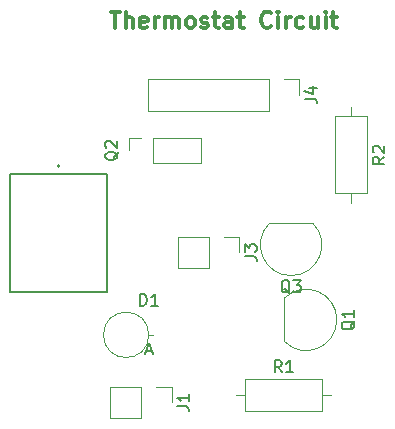
<source format=gbr>
%TF.GenerationSoftware,KiCad,Pcbnew,(5.0.1)-4*%
%TF.CreationDate,2019-03-02T17:13:33-06:00*%
%TF.ProjectId,pcbdesign,70636264657369676E2E6B696361645F,rev?*%
%TF.SameCoordinates,Original*%
%TF.FileFunction,Legend,Top*%
%TF.FilePolarity,Positive*%
%FSLAX46Y46*%
G04 Gerber Fmt 4.6, Leading zero omitted, Abs format (unit mm)*
G04 Created by KiCad (PCBNEW (5.0.1)-4) date 2019-03-02 5:13:33 PM*
%MOMM*%
%LPD*%
G01*
G04 APERTURE LIST*
%ADD10C,0.300000*%
%ADD11C,0.120000*%
%ADD12C,0.200000*%
%ADD13C,0.127000*%
%ADD14C,0.150000*%
G04 APERTURE END LIST*
D10*
X172400000Y-27233333D02*
X173200000Y-27233333D01*
X172800000Y-28633333D02*
X172800000Y-27233333D01*
X173666666Y-28633333D02*
X173666666Y-27233333D01*
X174266666Y-28633333D02*
X174266666Y-27900000D01*
X174200000Y-27766666D01*
X174066666Y-27700000D01*
X173866666Y-27700000D01*
X173733333Y-27766666D01*
X173666666Y-27833333D01*
X175466666Y-28566666D02*
X175333333Y-28633333D01*
X175066666Y-28633333D01*
X174933333Y-28566666D01*
X174866666Y-28433333D01*
X174866666Y-27900000D01*
X174933333Y-27766666D01*
X175066666Y-27700000D01*
X175333333Y-27700000D01*
X175466666Y-27766666D01*
X175533333Y-27900000D01*
X175533333Y-28033333D01*
X174866666Y-28166666D01*
X176133333Y-28633333D02*
X176133333Y-27700000D01*
X176133333Y-27966666D02*
X176200000Y-27833333D01*
X176266666Y-27766666D01*
X176400000Y-27700000D01*
X176533333Y-27700000D01*
X177000000Y-28633333D02*
X177000000Y-27700000D01*
X177000000Y-27833333D02*
X177066666Y-27766666D01*
X177200000Y-27700000D01*
X177400000Y-27700000D01*
X177533333Y-27766666D01*
X177600000Y-27900000D01*
X177600000Y-28633333D01*
X177600000Y-27900000D02*
X177666666Y-27766666D01*
X177800000Y-27700000D01*
X178000000Y-27700000D01*
X178133333Y-27766666D01*
X178200000Y-27900000D01*
X178200000Y-28633333D01*
X179066666Y-28633333D02*
X178933333Y-28566666D01*
X178866666Y-28500000D01*
X178800000Y-28366666D01*
X178800000Y-27966666D01*
X178866666Y-27833333D01*
X178933333Y-27766666D01*
X179066666Y-27700000D01*
X179266666Y-27700000D01*
X179400000Y-27766666D01*
X179466666Y-27833333D01*
X179533333Y-27966666D01*
X179533333Y-28366666D01*
X179466666Y-28500000D01*
X179400000Y-28566666D01*
X179266666Y-28633333D01*
X179066666Y-28633333D01*
X180066666Y-28566666D02*
X180200000Y-28633333D01*
X180466666Y-28633333D01*
X180600000Y-28566666D01*
X180666666Y-28433333D01*
X180666666Y-28366666D01*
X180600000Y-28233333D01*
X180466666Y-28166666D01*
X180266666Y-28166666D01*
X180133333Y-28100000D01*
X180066666Y-27966666D01*
X180066666Y-27900000D01*
X180133333Y-27766666D01*
X180266666Y-27700000D01*
X180466666Y-27700000D01*
X180600000Y-27766666D01*
X181066666Y-27700000D02*
X181600000Y-27700000D01*
X181266666Y-27233333D02*
X181266666Y-28433333D01*
X181333333Y-28566666D01*
X181466666Y-28633333D01*
X181600000Y-28633333D01*
X182666666Y-28633333D02*
X182666666Y-27900000D01*
X182600000Y-27766666D01*
X182466666Y-27700000D01*
X182200000Y-27700000D01*
X182066666Y-27766666D01*
X182666666Y-28566666D02*
X182533333Y-28633333D01*
X182200000Y-28633333D01*
X182066666Y-28566666D01*
X182000000Y-28433333D01*
X182000000Y-28300000D01*
X182066666Y-28166666D01*
X182200000Y-28100000D01*
X182533333Y-28100000D01*
X182666666Y-28033333D01*
X183133333Y-27700000D02*
X183666666Y-27700000D01*
X183333333Y-27233333D02*
X183333333Y-28433333D01*
X183400000Y-28566666D01*
X183533333Y-28633333D01*
X183666666Y-28633333D01*
X186000000Y-28500000D02*
X185933333Y-28566666D01*
X185733333Y-28633333D01*
X185600000Y-28633333D01*
X185400000Y-28566666D01*
X185266666Y-28433333D01*
X185200000Y-28300000D01*
X185133333Y-28033333D01*
X185133333Y-27833333D01*
X185200000Y-27566666D01*
X185266666Y-27433333D01*
X185400000Y-27300000D01*
X185600000Y-27233333D01*
X185733333Y-27233333D01*
X185933333Y-27300000D01*
X186000000Y-27366666D01*
X186600000Y-28633333D02*
X186600000Y-27700000D01*
X186600000Y-27233333D02*
X186533333Y-27300000D01*
X186600000Y-27366666D01*
X186666666Y-27300000D01*
X186600000Y-27233333D01*
X186600000Y-27366666D01*
X187266666Y-28633333D02*
X187266666Y-27700000D01*
X187266666Y-27966666D02*
X187333333Y-27833333D01*
X187400000Y-27766666D01*
X187533333Y-27700000D01*
X187666666Y-27700000D01*
X188733333Y-28566666D02*
X188600000Y-28633333D01*
X188333333Y-28633333D01*
X188200000Y-28566666D01*
X188133333Y-28500000D01*
X188066666Y-28366666D01*
X188066666Y-27966666D01*
X188133333Y-27833333D01*
X188200000Y-27766666D01*
X188333333Y-27700000D01*
X188600000Y-27700000D01*
X188733333Y-27766666D01*
X189933333Y-27700000D02*
X189933333Y-28633333D01*
X189333333Y-27700000D02*
X189333333Y-28433333D01*
X189400000Y-28566666D01*
X189533333Y-28633333D01*
X189733333Y-28633333D01*
X189866666Y-28566666D01*
X189933333Y-28500000D01*
X190600000Y-28633333D02*
X190600000Y-27700000D01*
X190600000Y-27233333D02*
X190533333Y-27300000D01*
X190600000Y-27366666D01*
X190666666Y-27300000D01*
X190600000Y-27233333D01*
X190600000Y-27366666D01*
X191066666Y-27700000D02*
X191600000Y-27700000D01*
X191266666Y-27233333D02*
X191266666Y-28433333D01*
X191333333Y-28566666D01*
X191466666Y-28633333D01*
X191600000Y-28633333D01*
D11*
X175565000Y-32960000D02*
X175565000Y-35620000D01*
X185785000Y-32960000D02*
X175565000Y-32960000D01*
X185785000Y-35620000D02*
X175565000Y-35620000D01*
X185785000Y-32960000D02*
X185785000Y-35620000D01*
X187055000Y-32960000D02*
X188385000Y-32960000D01*
X188385000Y-32960000D02*
X188385000Y-34290000D01*
D12*
X168100000Y-40300000D02*
G75*
G03X168100000Y-40300000I-100000J0D01*
G01*
D13*
X172100000Y-51000000D02*
X172100000Y-41000000D01*
X163900000Y-51000000D02*
X172100000Y-51000000D01*
X163900000Y-41000000D02*
X163900000Y-51000000D01*
X172100000Y-41000000D02*
X163900000Y-41000000D01*
D11*
X183305000Y-46295000D02*
X183305000Y-47625000D01*
X181975000Y-46295000D02*
X183305000Y-46295000D01*
X180705000Y-46295000D02*
X180705000Y-48955000D01*
X180705000Y-48955000D02*
X178105000Y-48955000D01*
X180705000Y-46295000D02*
X178105000Y-46295000D01*
X178105000Y-46295000D02*
X178105000Y-48955000D01*
X173940000Y-39000000D02*
X173940000Y-37940000D01*
X173940000Y-37940000D02*
X175000000Y-37940000D01*
X176000000Y-37940000D02*
X180060000Y-37940000D01*
X180060000Y-40060000D02*
X180060000Y-37940000D01*
X176000000Y-40060000D02*
X180060000Y-40060000D01*
X176000000Y-40060000D02*
X176000000Y-37940000D01*
X192770000Y-43410000D02*
X192770000Y-42640000D01*
X192770000Y-35330000D02*
X192770000Y-36100000D01*
X194140000Y-42640000D02*
X194140000Y-36100000D01*
X191400000Y-42640000D02*
X194140000Y-42640000D01*
X191400000Y-36100000D02*
X191400000Y-42640000D01*
X194140000Y-36100000D02*
X191400000Y-36100000D01*
X191095000Y-59690000D02*
X190325000Y-59690000D01*
X183015000Y-59690000D02*
X183785000Y-59690000D01*
X190325000Y-58320000D02*
X183785000Y-58320000D01*
X190325000Y-61060000D02*
X190325000Y-58320000D01*
X183785000Y-61060000D02*
X190325000Y-61060000D01*
X183785000Y-58320000D02*
X183785000Y-61060000D01*
X175640000Y-54610000D02*
G75*
G03X175640000Y-54610000I-1920000J0D01*
G01*
X175640000Y-54610000D02*
X176030000Y-54610000D01*
X172390000Y-58995000D02*
X172390000Y-61655000D01*
X174990000Y-58995000D02*
X172390000Y-58995000D01*
X174990000Y-61655000D02*
X172390000Y-61655000D01*
X174990000Y-58995000D02*
X174990000Y-61655000D01*
X176260000Y-58995000D02*
X177590000Y-58995000D01*
X177590000Y-58995000D02*
X177590000Y-60325000D01*
X187121522Y-55178478D02*
G75*
G03X191560000Y-53340000I1838478J1838478D01*
G01*
X187121522Y-51501522D02*
G75*
G02X191560000Y-53340000I1838478J-1838478D01*
G01*
X187110000Y-51540000D02*
X187110000Y-55140000D01*
X189490000Y-45140000D02*
X185890000Y-45140000D01*
X189528478Y-45151522D02*
G75*
G02X187690000Y-49590000I-1838478J-1838478D01*
G01*
X185851522Y-45151522D02*
G75*
G03X187690000Y-49590000I1838478J-1838478D01*
G01*
D14*
X188837380Y-34623333D02*
X189551666Y-34623333D01*
X189694523Y-34670952D01*
X189789761Y-34766190D01*
X189837380Y-34909047D01*
X189837380Y-35004285D01*
X189170714Y-33718571D02*
X189837380Y-33718571D01*
X188789761Y-33956666D02*
X189504047Y-34194761D01*
X189504047Y-33575714D01*
X183757380Y-47958333D02*
X184471666Y-47958333D01*
X184614523Y-48005952D01*
X184709761Y-48101190D01*
X184757380Y-48244047D01*
X184757380Y-48339285D01*
X183757380Y-47577380D02*
X183757380Y-46958333D01*
X184138333Y-47291666D01*
X184138333Y-47148809D01*
X184185952Y-47053571D01*
X184233571Y-47005952D01*
X184328809Y-46958333D01*
X184566904Y-46958333D01*
X184662142Y-47005952D01*
X184709761Y-47053571D01*
X184757380Y-47148809D01*
X184757380Y-47434523D01*
X184709761Y-47529761D01*
X184662142Y-47577380D01*
X173047619Y-39095238D02*
X173000000Y-39190476D01*
X172904761Y-39285714D01*
X172761904Y-39428571D01*
X172714285Y-39523809D01*
X172714285Y-39619047D01*
X172952380Y-39571428D02*
X172904761Y-39666666D01*
X172809523Y-39761904D01*
X172619047Y-39809523D01*
X172285714Y-39809523D01*
X172095238Y-39761904D01*
X172000000Y-39666666D01*
X171952380Y-39571428D01*
X171952380Y-39380952D01*
X172000000Y-39285714D01*
X172095238Y-39190476D01*
X172285714Y-39142857D01*
X172619047Y-39142857D01*
X172809523Y-39190476D01*
X172904761Y-39285714D01*
X172952380Y-39380952D01*
X172952380Y-39571428D01*
X172047619Y-38761904D02*
X172000000Y-38714285D01*
X171952380Y-38619047D01*
X171952380Y-38380952D01*
X172000000Y-38285714D01*
X172047619Y-38238095D01*
X172142857Y-38190476D01*
X172238095Y-38190476D01*
X172380952Y-38238095D01*
X172952380Y-38809523D01*
X172952380Y-38190476D01*
X195592380Y-39536666D02*
X195116190Y-39870000D01*
X195592380Y-40108095D02*
X194592380Y-40108095D01*
X194592380Y-39727142D01*
X194640000Y-39631904D01*
X194687619Y-39584285D01*
X194782857Y-39536666D01*
X194925714Y-39536666D01*
X195020952Y-39584285D01*
X195068571Y-39631904D01*
X195116190Y-39727142D01*
X195116190Y-40108095D01*
X194687619Y-39155714D02*
X194640000Y-39108095D01*
X194592380Y-39012857D01*
X194592380Y-38774761D01*
X194640000Y-38679523D01*
X194687619Y-38631904D01*
X194782857Y-38584285D01*
X194878095Y-38584285D01*
X195020952Y-38631904D01*
X195592380Y-39203333D01*
X195592380Y-38584285D01*
X186888333Y-57772380D02*
X186555000Y-57296190D01*
X186316904Y-57772380D02*
X186316904Y-56772380D01*
X186697857Y-56772380D01*
X186793095Y-56820000D01*
X186840714Y-56867619D01*
X186888333Y-56962857D01*
X186888333Y-57105714D01*
X186840714Y-57200952D01*
X186793095Y-57248571D01*
X186697857Y-57296190D01*
X186316904Y-57296190D01*
X187840714Y-57772380D02*
X187269285Y-57772380D01*
X187555000Y-57772380D02*
X187555000Y-56772380D01*
X187459761Y-56915238D01*
X187364523Y-57010476D01*
X187269285Y-57058095D01*
X174886904Y-52142380D02*
X174886904Y-51142380D01*
X175125000Y-51142380D01*
X175267857Y-51190000D01*
X175363095Y-51285238D01*
X175410714Y-51380476D01*
X175458333Y-51570952D01*
X175458333Y-51713809D01*
X175410714Y-51904285D01*
X175363095Y-51999523D01*
X175267857Y-52094761D01*
X175125000Y-52142380D01*
X174886904Y-52142380D01*
X176410714Y-52142380D02*
X175839285Y-52142380D01*
X176125000Y-52142380D02*
X176125000Y-51142380D01*
X176029761Y-51285238D01*
X175934523Y-51380476D01*
X175839285Y-51428095D01*
X175391904Y-55976666D02*
X175868095Y-55976666D01*
X175296666Y-56262380D02*
X175630000Y-55262380D01*
X175963333Y-56262380D01*
X178042380Y-60658333D02*
X178756666Y-60658333D01*
X178899523Y-60705952D01*
X178994761Y-60801190D01*
X179042380Y-60944047D01*
X179042380Y-61039285D01*
X179042380Y-59658333D02*
X179042380Y-60229761D01*
X179042380Y-59944047D02*
X178042380Y-59944047D01*
X178185238Y-60039285D01*
X178280476Y-60134523D01*
X178328095Y-60229761D01*
X193067619Y-53435238D02*
X193020000Y-53530476D01*
X192924761Y-53625714D01*
X192781904Y-53768571D01*
X192734285Y-53863809D01*
X192734285Y-53959047D01*
X192972380Y-53911428D02*
X192924761Y-54006666D01*
X192829523Y-54101904D01*
X192639047Y-54149523D01*
X192305714Y-54149523D01*
X192115238Y-54101904D01*
X192020000Y-54006666D01*
X191972380Y-53911428D01*
X191972380Y-53720952D01*
X192020000Y-53625714D01*
X192115238Y-53530476D01*
X192305714Y-53482857D01*
X192639047Y-53482857D01*
X192829523Y-53530476D01*
X192924761Y-53625714D01*
X192972380Y-53720952D01*
X192972380Y-53911428D01*
X192972380Y-52530476D02*
X192972380Y-53101904D01*
X192972380Y-52816190D02*
X191972380Y-52816190D01*
X192115238Y-52911428D01*
X192210476Y-53006666D01*
X192258095Y-53101904D01*
X187594761Y-51097619D02*
X187499523Y-51050000D01*
X187404285Y-50954761D01*
X187261428Y-50811904D01*
X187166190Y-50764285D01*
X187070952Y-50764285D01*
X187118571Y-51002380D02*
X187023333Y-50954761D01*
X186928095Y-50859523D01*
X186880476Y-50669047D01*
X186880476Y-50335714D01*
X186928095Y-50145238D01*
X187023333Y-50050000D01*
X187118571Y-50002380D01*
X187309047Y-50002380D01*
X187404285Y-50050000D01*
X187499523Y-50145238D01*
X187547142Y-50335714D01*
X187547142Y-50669047D01*
X187499523Y-50859523D01*
X187404285Y-50954761D01*
X187309047Y-51002380D01*
X187118571Y-51002380D01*
X187880476Y-50002380D02*
X188499523Y-50002380D01*
X188166190Y-50383333D01*
X188309047Y-50383333D01*
X188404285Y-50430952D01*
X188451904Y-50478571D01*
X188499523Y-50573809D01*
X188499523Y-50811904D01*
X188451904Y-50907142D01*
X188404285Y-50954761D01*
X188309047Y-51002380D01*
X188023333Y-51002380D01*
X187928095Y-50954761D01*
X187880476Y-50907142D01*
M02*

</source>
